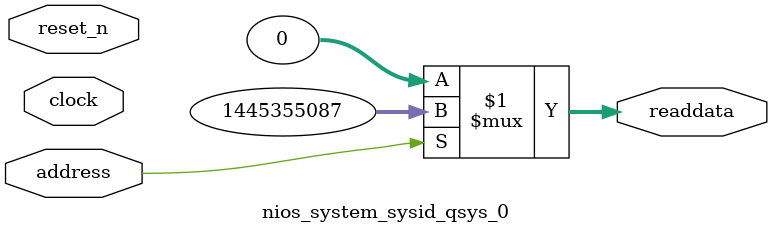
<source format=v>

`timescale 1ns / 1ps
// synthesis translate_on

// turn off superfluous verilog processor warnings 
// altera message_level Level1 
// altera message_off 10034 10035 10036 10037 10230 10240 10030 

module nios_system_sysid_qsys_0 (
               // inputs:
                address,
                clock,
                reset_n,

               // outputs:
                readdata
             )
;

  output  [ 31: 0] readdata;
  input            address;
  input            clock;
  input            reset_n;

  wire    [ 31: 0] readdata;
  //control_slave, which is an e_avalon_slave
  assign readdata = address ? 1445355087 : 0;

endmodule




</source>
